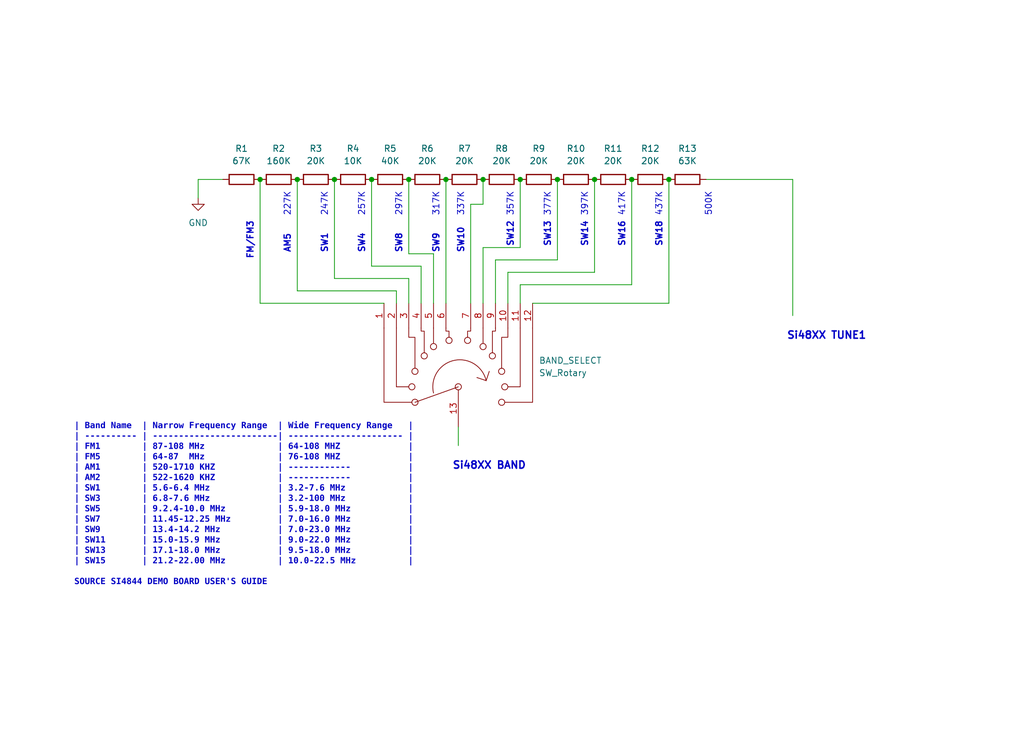
<source format=kicad_sch>
(kicad_sch (version 20230121) (generator eeschema)
  (paper "User" 210.007 150.012)
  (title_block (title "Si4827/44 Band setup example") (rev "1.0") (company "Ricardo Lima Caratti"))
  (lib_symbols
    (symbol "Device:R" (pin_numbers hide) (pin_names (offset 0))
      (property "Reference" "R" (at 2.032 0 90))
      (property "Value" "R" (at 0 0 90))
      (symbol "R_0_1"
        (rectangle (start -1.016 -2.54) (end 1.016 2.54) (stroke (width 0.254)))
      )
      (symbol "R_1_1"
        (pin passive line (at 0 3.81 270) (length 1.27) (name "~") (number "1"))
        (pin passive line (at 0 -3.81 90) (length 1.27) (name "~") (number "2"))
      )
    )
    (symbol "Switch:SW_Rotary12" (pin_names (offset 1.016) hide)
      (property "Reference" "SW" (at 0 17.78 0))
      (property "Value" "SW_Rotary12" (at 0 -17.78 0))
      (symbol "SW_Rotary12_0_0"
        (circle (center -10.16 -8.89) (radius 0.635))
        (circle (center -10.16 8.89) (radius 0.635))
        (circle (center -6.985 -9.525) (radius 0.635))
        (circle (center -6.985 0) (radius 0.635))
        (circle (center -6.985 9.525) (radius 0.635))
        (arc (start -5.715 -5.715) (mid -1.5995 0.937) (end -8.255 5.08))
        (circle (center -3.81 -8.89) (radius 0.635))
        (circle (center -3.81 8.89) (radius 0.635))
        (circle (center -0.635 -6.985) (radius 0.635))
        (circle (center -0.635 6.985) (radius 0.635))
        (polyline (pts (xy -6.985 0) (xy -10.16 8.89)))
        (polyline (pts (xy -5.715 -5.715) (xy -5.08 -3.81)))
        (polyline (pts (xy -5.715 -5.715) (xy -3.81 -6.35)))
        (polyline (pts (xy 1.905 -5.08) (xy 5.08 -5.08)))
        (polyline (pts (xy 1.905 5.08) (xy 5.08 5.08)))
        (polyline (pts (xy -10.16 -9.525) (xy -10.16 -15.24) (xy 5.08 -15.24)))
        (polyline (pts (xy -10.16 9.525) (xy -10.16 15.24) (xy 5.08 15.24)))
        (polyline (pts (xy -6.985 -10.16) (xy -6.985 -12.7) (xy 5.08 -12.7)))
        (polyline (pts (xy -6.985 10.16) (xy -6.985 12.7) (xy 5.08 12.7)))
        (polyline (pts (xy -3.175 -8.89) (xy 3.175 -8.89) (xy 3.175 -10.16) (xy 5.08 -10.16)))
        (polyline (pts (xy -3.175 8.89) (xy 3.175 8.89) (xy 3.175 10.16) (xy 5.08 10.16)))
        (polyline (pts (xy 0 -6.985) (xy 4.445 -6.985) (xy 4.445 -7.62) (xy 5.08 -7.62)))
        (polyline (pts (xy 0 6.985) (xy 4.445 6.985) (xy 4.445 7.62) (xy 5.08 7.62)))
        (polyline (pts (xy 3.175 -1.905) (xy 4.445 -1.905) (xy 4.445 -2.54) (xy 5.08 -2.54)))
        (polyline (pts (xy 3.175 1.905) (xy 4.445 1.905) (xy 4.445 2.54) (xy 5.08 2.54)))
        (circle (center 1.27 -5.08) (radius 0.635))
        (circle (center 1.27 5.08) (radius 0.635))
        (circle (center 2.54 -1.905) (radius 0.635))
        (circle (center 2.54 1.905) (radius 0.635))
      )
      (symbol "SW_Rotary12_0_1"
        (pin passive line (at 10.16 15.24 180) (length 5.08) (name "1") (number "1"))
        (pin passive line (at 10.16 -10.16 180) (length 5.08) (name "10") (number "10"))
        (pin passive line (at 10.16 -12.7 180) (length 5.08) (name "11") (number "11"))
        (pin passive line (at 10.16 -15.24 180) (length 5.08) (name "12") (number "12"))
        (pin passive line (at -15.24 0 0) (length 7.62) (name "13") (number "13"))
        (pin passive line (at 10.16 12.7 180) (length 5.08) (name "2") (number "2"))
        (pin passive line (at 10.16 10.16 180) (length 5.08) (name "3") (number "3"))
        (pin passive line (at 10.16 7.62 180) (length 5.08) (name "4") (number "4"))
        (pin passive line (at 10.16 5.08 180) (length 5.08) (name "5") (number "5"))
        (pin passive line (at 10.16 2.54 180) (length 5.08) (name "6") (number "6"))
        (pin passive line (at 10.16 -2.54 180) (length 5.08) (name "7") (number "7"))
        (pin passive line (at 10.16 -5.08 180) (length 5.08) (name "8") (number "8"))
        (pin passive line (at 10.16 -7.62 180) (length 5.08) (name "9") (number "9"))
      )
    )
    (symbol "power:GND" (power) (pin_names (offset 0))
      (property "Value" "GND" (at 0 -3.81 0))
      (symbol "GND_0_1"
        (polyline (pts (xy 0 0) (xy 0 -1.27) (xy 1.27 -1.27) (xy 0 -2.54) (xy -1.27 -1.27) (xy 0 -1.27)))
      )
      (symbol "GND_1_1"
        (pin power_in line (at 0 0 270) (length 0) hide (name "GND") (number "1"))
      )
    )
  )
  (junction (at 129.54 36.83))
  (junction (at 83.82 36.83))
  (junction (at 99.06 36.83))
  (junction (at 114.3 36.83))
  (junction (at 68.58 36.83))
  (junction (at 53.34 36.83))
  (junction (at 121.92 36.83))
  (junction (at 137.16 36.83))
  (junction (at 60.96 36.83))
  (junction (at 106.68 36.83))
  (junction (at 76.2 36.83))
  (junction (at 91.44 36.83))
  (wire (pts (xy 88.9 52.07) (xy 83.82 52.07)))
  (wire (pts (xy 129.54 58.42) (xy 129.54 36.83)))
  (wire (pts (xy 83.82 62.23) (xy 83.82 57.15)))
  (wire (pts (xy 68.58 36.83) (xy 68.58 57.15)))
  (wire (pts (xy 106.68 58.42) (xy 129.54 58.42)))
  (wire (pts (xy 96.52 41.91) (xy 99.06 41.91)))
  (wire (pts (xy 104.14 55.88) (xy 121.92 55.88)))
  (wire (pts (xy 99.06 62.23) (xy 99.06 50.8)))
  (wire (pts (xy 81.28 59.69) (xy 60.96 59.69)))
  (wire (pts (xy 93.98 87.63) (xy 93.98 91.44)))
  (wire (pts (xy 83.82 57.15) (xy 68.58 57.15)))
  (wire (pts (xy 109.22 62.23) (xy 137.16 62.23)))
  (wire (pts (xy 106.68 62.23) (xy 106.68 58.42)))
  (wire (pts (xy 96.52 62.23) (xy 96.52 41.91)))
  (wire (pts (xy 53.34 36.83) (xy 53.34 62.23)))
  (wire (pts (xy 76.2 54.61) (xy 76.2 36.83)))
  (wire (pts (xy 99.06 50.8) (xy 106.68 50.8)))
  (wire (pts (xy 114.3 36.83) (xy 114.3 53.34)))
  (wire (pts (xy 88.9 62.23) (xy 88.9 52.07)))
  (wire (pts (xy 91.44 36.83) (xy 91.44 62.23)))
  (wire (pts (xy 106.68 36.83) (xy 106.68 50.8)))
  (wire (pts (xy 99.06 41.91) (xy 99.06 36.83)))
  (wire (pts (xy 101.6 53.34) (xy 114.3 53.34)))
  (wire (pts (xy 81.28 62.23) (xy 81.28 59.69)))
  (wire (pts (xy 86.36 62.23) (xy 86.36 54.61)))
  (wire (pts (xy 137.16 36.83) (xy 137.16 62.23)))
  (wire (pts (xy 40.64 36.83) (xy 40.64 40.64)))
  (wire (pts (xy 45.72 36.83) (xy 40.64 36.83)))
  (wire (pts (xy 78.74 62.23) (xy 53.34 62.23)))
  (wire (pts (xy 86.36 54.61) (xy 76.2 54.61)))
  (wire (pts (xy 104.14 62.23) (xy 104.14 55.88)))
  (wire (pts (xy 83.82 52.07) (xy 83.82 36.83)))
  (wire (pts (xy 60.96 59.69) (xy 60.96 36.83)))
  (wire (pts (xy 101.6 53.34) (xy 101.6 62.23)))
  (wire (pts (xy 121.92 36.83) (xy 121.92 55.88)))
  (wire (pts (xy 162.56 36.83) (xy 162.56 64.77)))
  (wire (pts (xy 144.78 36.83) (xy 162.56 36.83)))
  (text "SW8" (at 82.55 52.07 90) (effects (font (size 1.27 1.27) (thickness 0.254) bold) (justify left bottom)))
  (text "437K" (at 135.89 44.45 90) (effects (font (size 1.27 1.27)) (justify left bottom)))
  (text "417K" (at 128.27 44.45 90) (effects (font (size 1.27 1.27)) (justify left bottom)))
  (text "337K" (at 95.25 44.45 90) (effects (font (size 1.27 1.27)) (justify left bottom)))
  (text "Si48XX TUNE1" (at 161.29 69.85 0) (effects (font (size 1.5 1.5) (thickness 0.3) bold) (justify left bottom)))
  (text "500K" (at 146.05 44.45 90) (effects (font (size 1.27 1.27)) (justify left bottom)))
  (text "Si48XX BAND" (at 92.71 96.52 0) (effects (font (size 1.5 1.5) (thickness 0.3) bold) (justify left bottom)))
  (text "297K" (at 82.55 44.45 90) (effects (font (size 1.27 1.27)) (justify left bottom)))
  (text "SW14" (at 120.65 50.8 90) (effects (font (size 1.27 1.27) (thickness 0.254) bold) (justify left bottom)))
  (text "SW12" (at 105.41 50.8 90) (effects (font (size 1.27 1.27) (thickness 0.254) bold) (justify left bottom)))
  (text "397K" (at 120.65 44.45 90) (effects (font (size 1.27 1.27)) (justify left bottom)))
  (text "SW9" (at 90.17 52.07 90) (effects (font (size 1.27 1.27) (thickness 0.254) bold) (justify left bottom)))
  (text "SW18" (at 135.89 50.8 90) (effects (font (size 1.27 1.27) (thickness 0.254) bold) (justify left bottom)))
  (text "AM5" (at 59.69 52.07 90) (effects (font (size 1.27 1.27) (thickness 0.254) bold) (justify left bottom)))
  (text "247K" (at 67.31 44.45 90) (effects (font (size 1.27 1.27)) (justify left bottom)))
  (text "317K" (at 90.17 44.45 90) (effects (font (size 1.27 1.27)) (justify left bottom)))
  (text "377K" (at 113.03 44.45 90) (effects (font (size 1.27 1.27)) (justify left bottom)))
  (text "SW4" (at 74.93 52.07 90) (effects (font (size 1.27 1.27) (thickness 0.254) bold) (justify left bottom)))
  (text "257K" (at 74.93 44.45 90) (effects (font (size 1.27 1.27)) (justify left bottom)))
  (text "| Band Name  | Narrow Frequency Range  | Wide Frequency Range   |\n| ---------- | ------------------------| ---------------------- |\n| FM1        | 87-108 MHz              | 64-108 MHZ             |\n| FM5        | 64-87  MHz              | 76-108 MHZ             |\n| AM1        | 520-1710 KHZ            | ------------           |\n| AM2        | 522-1620 KHZ            | ------------           |\n| SW1        | 5.6-6.4 MHz             | 3.2-7.6 MHz            |\n| SW3        | 6.8-7.6 MHz             | 3.2-100 MHz            |\n| SW5        | 9.2.4-10.0 MHz          | 5.9-18.0 MHz           |\n| SW7        | 11.45-12.25 MHz         | 7.0-16.0 MHz           |\n| SW9        | 13.4-14.2 MHz           | 7.0-23.0 MHz           |\n| SW11       | 15.0-15.9 MHz           | 9.0-22.0 MHz           |\n| SW13       | 17.1-18.0 MHz           | 9.5-18.0 MHz           |\n| SW15       | 21.2-22.00 MHz          | 10.0-22.5 MHz          |\n\nSOURCE SI4844 DEMO BOARD USER'S GUIDE\n" (at 15.24 120.65 0) (effects (font (size 1.27 1.27) (thickness 0.254) bold) (justify left bottom)))
  (text "357K" (at 105.41 44.45 90) (effects (font (size 1.27 1.27)) (justify left bottom)))
  (text "SW16" (at 128.27 50.8 90) (effects (font (size 1.27 1.27) (thickness 0.254) bold) (justify left bottom)))
  (text "227K" (at 59.69 44.45 90) (effects (font (size 1.27 1.27)) (justify left bottom)))
  (text "SW13" (at 113.03 50.8 90) (effects (font (size 1.27 1.27) (thickness 0.254) bold) (justify left bottom)))
  (text "FM/FM3" (at 52.07 53.34 90) (effects (font (size 1.27 1.27) (thickness 0.254) bold) (justify left bottom)))
  (text "SW1" (at 67.31 52.07 90) (effects (font (size 1.27 1.27) (thickness 0.254) bold) (justify left bottom)))
  (text "SW10" (at 95.25 52.07 90) (effects (font (size 1.27 1.27) (thickness 0.254) bold) (justify left bottom)))
  (symbol (lib_id "Device:R") (at 72.39 36.83 270) (unit 1)
    (property "Reference" "R4" (at 72.39 30.48 90))
    (property "Value" "10K" (at 72.39 33.02 90))
  )
  (symbol (lib_id "Device:R") (at 102.87 36.83 270) (unit 1)
    (property "Reference" "R8" (at 102.87 30.48 90))
    (property "Value" "20K" (at 102.87 33.02 90))
  )
  (symbol (lib_id "Device:R") (at 118.11 36.83 270) (unit 1)
    (property "Reference" "R10" (at 118.11 30.48 90))
    (property "Value" "20K" (at 118.11 33.02 90))
  )
  (symbol (lib_id "Device:R") (at 110.49 36.83 270) (unit 1)
    (property "Reference" "R9" (at 110.49 30.48 90))
    (property "Value" "20K" (at 110.49 33.02 90))
  )
  (symbol (lib_id "Device:R") (at 64.77 36.83 270) (unit 1)
    (property "Reference" "R3" (at 64.77 30.48 90))
    (property "Value" "20K" (at 64.77 33.02 90))
  )
  (symbol (lib_id "Device:R") (at 87.63 36.83 270) (unit 1)
    (property "Reference" "R6" (at 87.63 30.48 90))
    (property "Value" "20K" (at 87.63 33.02 90))
  )
  (symbol (lib_id "Device:R") (at 49.53 36.83 270) (unit 1)
    (property "Reference" "R1" (at 49.53 30.48 90))
    (property "Value" "67K" (at 49.53 33.02 90))
  )
  (symbol (lib_id "Switch:SW_Rotary12") (at 93.98 72.39 90) (unit 1)
    (property "Reference" "BAND_SELECT" (at 110.49 73.9775 90) (effects (justify right)))
    (property "Value" "SW_Rotary" (at 110.49 76.5175 90) (effects (justify right)))
    (property "Datasheet" "http://cdn-reichelt.de/documents/datenblatt/C200/DS-Serie%23LOR.pdf" (effects hide))
  )
  (symbol (lib_id "Device:R") (at 125.73 36.83 270) (unit 1)
    (property "Reference" "R11" (at 125.73 30.48 90))
    (property "Value" "20K" (at 125.73 33.02 90))
  )
  (symbol (lib_id "Device:R") (at 57.15 36.83 270) (unit 1)
    (property "Reference" "R2" (at 57.15 30.48 90))
    (property "Value" "160K" (at 57.15 33.02 90))
  )
  (symbol (lib_id "Device:R") (at 80.01 36.83 270) (unit 1)
    (property "Reference" "R5" (at 80.01 30.48 90))
    (property "Value" "40K" (at 80.01 33.02 90))
  )
  (symbol (lib_id "Device:R") (at 133.35 36.83 270) (unit 1)
    (property "Reference" "R12" (at 133.35 30.48 90))
    (property "Value" "20K" (at 133.35 33.02 90))
  )
  (symbol (lib_id "Device:R") (at 95.25 36.83 270) (unit 1)
    (property "Reference" "R7" (at 95.25 30.48 90))
    (property "Value" "20K" (at 95.25 33.02 90))
  )
  (symbol (lib_id "Device:R") (at 140.97 36.83 270) (unit 1)
    (property "Reference" "R13" (at 140.97 30.48 90))
    (property "Value" "63K" (at 140.97 33.02 90))
  )
  (symbol (lib_id "power:GND") (at 40.64 40.64 0) (unit 1)
    (property "Reference" "#PWR01" (effects hide))
    (property "Value" "GND" (at 40.64 45.72 0))
  )
)
</source>
